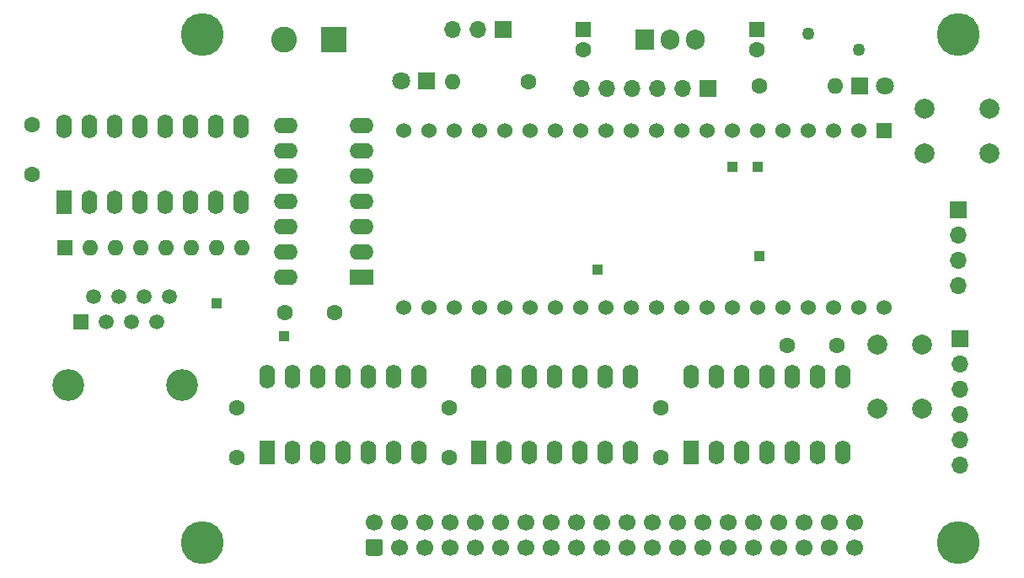
<source format=gbr>
%TF.GenerationSoftware,KiCad,Pcbnew,(5.1.9)-1*%
%TF.CreationDate,2021-03-28T23:40:50-04:00*%
%TF.ProjectId,Smart_Reciever_Max,536d6172-745f-4526-9563-69657665725f,v2*%
%TF.SameCoordinates,Original*%
%TF.FileFunction,Soldermask,Top*%
%TF.FilePolarity,Negative*%
%FSLAX46Y46*%
G04 Gerber Fmt 4.6, Leading zero omitted, Abs format (unit mm)*
G04 Created by KiCad (PCBNEW (5.1.9)-1) date 2021-03-28 23:40:50*
%MOMM*%
%LPD*%
G01*
G04 APERTURE LIST*
%ADD10R,1.000000X1.000000*%
%ADD11C,1.524000*%
%ADD12R,1.524000X1.524000*%
%ADD13O,2.400000X1.600000*%
%ADD14R,2.400000X1.600000*%
%ADD15O,1.600000X2.400000*%
%ADD16R,1.600000X2.400000*%
%ADD17C,2.000000*%
%ADD18O,1.600000X1.600000*%
%ADD19R,1.600000X1.600000*%
%ADD20C,1.600000*%
%ADD21C,1.800000*%
%ADD22R,1.800000X1.800000*%
%ADD23O,1.700000X1.700000*%
%ADD24R,1.700000X1.700000*%
%ADD25C,2.600000*%
%ADD26R,2.600000X2.600000*%
%ADD27C,1.700000*%
%ADD28C,4.300000*%
%ADD29C,1.270000*%
%ADD30O,1.905000X2.000000*%
%ADD31R,1.905000X2.000000*%
%ADD32C,1.500000*%
%ADD33R,1.500000X1.500000*%
%ADD34C,3.200000*%
G04 APERTURE END LIST*
D10*
%TO.C,TP6*%
X179000000Y-85750000D03*
%TD*%
%TO.C,TP5*%
X124500000Y-90500000D03*
%TD*%
%TO.C,TP4*%
X131250000Y-93750000D03*
%TD*%
%TO.C,TP3*%
X162700000Y-87100000D03*
%TD*%
D11*
%TO.C,U2*%
X191530000Y-90890000D03*
X188990000Y-90890000D03*
X186450000Y-90890000D03*
X183910000Y-90890000D03*
X181370000Y-90890000D03*
X178830000Y-90890000D03*
X176290000Y-90890000D03*
X173750000Y-90890000D03*
X171210000Y-90890000D03*
X168670000Y-90890000D03*
X166130000Y-90890000D03*
X163590000Y-90890000D03*
X161050000Y-90890000D03*
X158510000Y-90890000D03*
X155970000Y-90890000D03*
X153430000Y-90890000D03*
X150890000Y-90890000D03*
X148350000Y-90890000D03*
X145810000Y-90890000D03*
X143270000Y-90890000D03*
X143270000Y-73110000D03*
X145810000Y-73110000D03*
X148350000Y-73110000D03*
X150890000Y-73110000D03*
X153430000Y-73110000D03*
X155970000Y-73110000D03*
X158510000Y-73110000D03*
X161050000Y-73110000D03*
X163590000Y-73110000D03*
X166130000Y-73110000D03*
X168670000Y-73110000D03*
X171210000Y-73110000D03*
X173750000Y-73110000D03*
X176290000Y-73110000D03*
X178830000Y-73110000D03*
X181370000Y-73110000D03*
X183910000Y-73110000D03*
X186450000Y-73110000D03*
X188990000Y-73110000D03*
D12*
X191530000Y-73110000D03*
%TD*%
D13*
%TO.C,U7*%
X131380000Y-87900000D03*
X139000000Y-72660000D03*
X131380000Y-85360000D03*
X139000000Y-75200000D03*
X131380000Y-82820000D03*
X139000000Y-77740000D03*
X131380000Y-80280000D03*
X139000000Y-80280000D03*
X131380000Y-77740000D03*
X139000000Y-82820000D03*
X131380000Y-75200000D03*
X139000000Y-85360000D03*
X131380000Y-72660000D03*
D14*
X139000000Y-87900000D03*
%TD*%
D15*
%TO.C,U6*%
X109150000Y-72680000D03*
X126930000Y-80300000D03*
X111690000Y-72680000D03*
X124390000Y-80300000D03*
X114230000Y-72680000D03*
X121850000Y-80300000D03*
X116770000Y-72680000D03*
X119310000Y-80300000D03*
X119310000Y-72680000D03*
X116770000Y-80300000D03*
X121850000Y-72680000D03*
X114230000Y-80300000D03*
X124390000Y-72680000D03*
X111690000Y-80300000D03*
X126930000Y-72680000D03*
D16*
X109150000Y-80300000D03*
%TD*%
D15*
%TO.C,U5*%
X172100000Y-97880000D03*
X187340000Y-105500000D03*
X174640000Y-97880000D03*
X184800000Y-105500000D03*
X177180000Y-97880000D03*
X182260000Y-105500000D03*
X179720000Y-97880000D03*
X179720000Y-105500000D03*
X182260000Y-97880000D03*
X177180000Y-105500000D03*
X184800000Y-97880000D03*
X174640000Y-105500000D03*
X187340000Y-97880000D03*
D16*
X172100000Y-105500000D03*
%TD*%
D15*
%TO.C,U4*%
X150800000Y-97880000D03*
X166040000Y-105500000D03*
X153340000Y-97880000D03*
X163500000Y-105500000D03*
X155880000Y-97880000D03*
X160960000Y-105500000D03*
X158420000Y-97880000D03*
X158420000Y-105500000D03*
X160960000Y-97880000D03*
X155880000Y-105500000D03*
X163500000Y-97880000D03*
X153340000Y-105500000D03*
X166040000Y-97880000D03*
D16*
X150800000Y-105500000D03*
%TD*%
D15*
%TO.C,U3*%
X129500000Y-97880000D03*
X144740000Y-105500000D03*
X132040000Y-97880000D03*
X142200000Y-105500000D03*
X134580000Y-97880000D03*
X139660000Y-105500000D03*
X137120000Y-97880000D03*
X137120000Y-105500000D03*
X139660000Y-97880000D03*
X134580000Y-105500000D03*
X142200000Y-97880000D03*
X132040000Y-105500000D03*
X144740000Y-97880000D03*
D16*
X129500000Y-105500000D03*
%TD*%
D10*
%TO.C,TP2*%
X176300000Y-76800000D03*
%TD*%
%TO.C,TP1*%
X178800000Y-76800000D03*
%TD*%
D17*
%TO.C,SW2*%
X190800000Y-94600000D03*
X195300000Y-94600000D03*
X190800000Y-101100000D03*
X195300000Y-101100000D03*
%TD*%
%TO.C,SW1*%
X202100000Y-70900000D03*
X202100000Y-75400000D03*
X195600000Y-70900000D03*
X195600000Y-75400000D03*
%TD*%
D18*
%TO.C,RN1*%
X127030000Y-84900000D03*
X124490000Y-84900000D03*
X121950000Y-84900000D03*
X119410000Y-84900000D03*
X116870000Y-84900000D03*
X114330000Y-84900000D03*
X111790000Y-84900000D03*
D19*
X109250000Y-84900000D03*
%TD*%
D18*
%TO.C,R2*%
X186620000Y-68600000D03*
D20*
X179000000Y-68600000D03*
%TD*%
D18*
%TO.C,R1*%
X148180000Y-68200000D03*
D20*
X155800000Y-68200000D03*
%TD*%
D21*
%TO.C,D2*%
X191640000Y-68600000D03*
D22*
X189100000Y-68600000D03*
%TD*%
D21*
%TO.C,D1*%
X142960000Y-68100000D03*
D22*
X145500000Y-68100000D03*
%TD*%
D20*
%TO.C,C8*%
X136300000Y-91400000D03*
X131300000Y-91400000D03*
%TD*%
%TO.C,C7*%
X169100000Y-106000000D03*
X169100000Y-101000000D03*
%TD*%
%TO.C,C6*%
X147800000Y-106000000D03*
X147800000Y-101000000D03*
%TD*%
%TO.C,C5*%
X126500000Y-106000000D03*
X126500000Y-101000000D03*
%TD*%
%TO.C,C4*%
X105950000Y-77500000D03*
X105950000Y-72500000D03*
%TD*%
%TO.C,C3*%
X181800000Y-94700000D03*
X186800000Y-94700000D03*
%TD*%
D23*
%TO.C,J7*%
X161100000Y-68900000D03*
X163640000Y-68900000D03*
X166180000Y-68900000D03*
X168720000Y-68900000D03*
X171260000Y-68900000D03*
D24*
X173800000Y-68900000D03*
%TD*%
D23*
%TO.C,J6*%
X199100000Y-106700000D03*
X199100000Y-104160000D03*
X199100000Y-101620000D03*
X199100000Y-99080000D03*
X199100000Y-96540000D03*
D24*
X199100000Y-94000000D03*
%TD*%
D25*
%TO.C,J1*%
X131250000Y-64000000D03*
D26*
X136250000Y-64000000D03*
%TD*%
D23*
%TO.C,J5*%
X199000000Y-88720000D03*
X199000000Y-86180000D03*
X199000000Y-83640000D03*
D24*
X199000000Y-81100000D03*
%TD*%
D27*
%TO.C,J2*%
X188560000Y-112460000D03*
X186020000Y-112460000D03*
X183480000Y-112460000D03*
X180940000Y-112460000D03*
X178400000Y-112460000D03*
X175860000Y-112460000D03*
X173320000Y-112460000D03*
X170780000Y-112460000D03*
X168240000Y-112460000D03*
X165700000Y-112460000D03*
X163160000Y-112460000D03*
X160620000Y-112460000D03*
X158080000Y-112460000D03*
X155540000Y-112460000D03*
X153000000Y-112460000D03*
X150460000Y-112460000D03*
X147920000Y-112460000D03*
X145380000Y-112460000D03*
X142840000Y-112460000D03*
X140300000Y-112460000D03*
X188560000Y-115000000D03*
X186020000Y-115000000D03*
X183480000Y-115000000D03*
X180940000Y-115000000D03*
X178400000Y-115000000D03*
X175860000Y-115000000D03*
X173320000Y-115000000D03*
X170780000Y-115000000D03*
X168240000Y-115000000D03*
X165700000Y-115000000D03*
X163160000Y-115000000D03*
X160620000Y-115000000D03*
X158080000Y-115000000D03*
X155540000Y-115000000D03*
X153000000Y-115000000D03*
X150460000Y-115000000D03*
X147920000Y-115000000D03*
X145380000Y-115000000D03*
X142840000Y-115000000D03*
G36*
G01*
X140900000Y-115850000D02*
X139700000Y-115850000D01*
G75*
G02*
X139450000Y-115600000I0J250000D01*
G01*
X139450000Y-114400000D01*
G75*
G02*
X139700000Y-114150000I250000J0D01*
G01*
X140900000Y-114150000D01*
G75*
G02*
X141150000Y-114400000I0J-250000D01*
G01*
X141150000Y-115600000D01*
G75*
G02*
X140900000Y-115850000I-250000J0D01*
G01*
G37*
%TD*%
D28*
%TO.C,H4*%
X199000000Y-63500000D03*
%TD*%
%TO.C,H3*%
X199000000Y-114500000D03*
%TD*%
%TO.C,H2*%
X123000000Y-114500000D03*
%TD*%
%TO.C,H1*%
X123000000Y-63500000D03*
%TD*%
D29*
%TO.C,F1*%
X189000000Y-65000000D03*
X183900000Y-63400000D03*
%TD*%
D20*
%TO.C,C2*%
X178750000Y-65000000D03*
D19*
X178750000Y-63000000D03*
%TD*%
D20*
%TO.C,C1*%
X161250000Y-65000000D03*
D19*
X161250000Y-63000000D03*
%TD*%
D30*
%TO.C,U1*%
X172580000Y-64000000D03*
X170040000Y-64000000D03*
D31*
X167500000Y-64000000D03*
%TD*%
D23*
%TO.C,J4*%
X148170000Y-63000000D03*
X150710000Y-63000000D03*
D24*
X153250000Y-63000000D03*
%TD*%
D32*
%TO.C,J3*%
X119690000Y-89810000D03*
X118420000Y-92350000D03*
X117150000Y-89810000D03*
X115880000Y-92350000D03*
X114610000Y-89810000D03*
X113340000Y-92350000D03*
X112070000Y-89810000D03*
D33*
X110800000Y-92350000D03*
D34*
X109530000Y-98700000D03*
X120960000Y-98700000D03*
%TD*%
M02*

</source>
